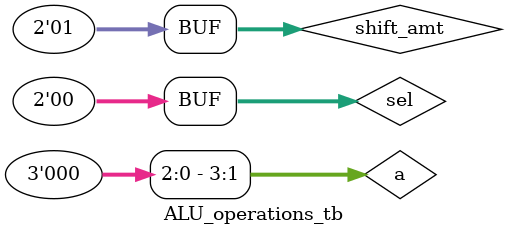
<source format=v>
module ALU_operations_tb;
	reg [3:0]a;
	reg [1:0]sel;
	reg [1:0]shift_amt;
	wire [3:0]out;
ALU_operations uut(a,sel,shift_amt,out);
initial begin
	repeat(5) begin
	 a=$random;sel=2'b00;shift_amt=2'b01;#5;
	end
end
initial begin
	$monitor("$time=%0t,a=%b,sel=%b,shift_amt=%b,out=%b",$time,a,sel,shift_amt,out);
end
endmodule

</source>
